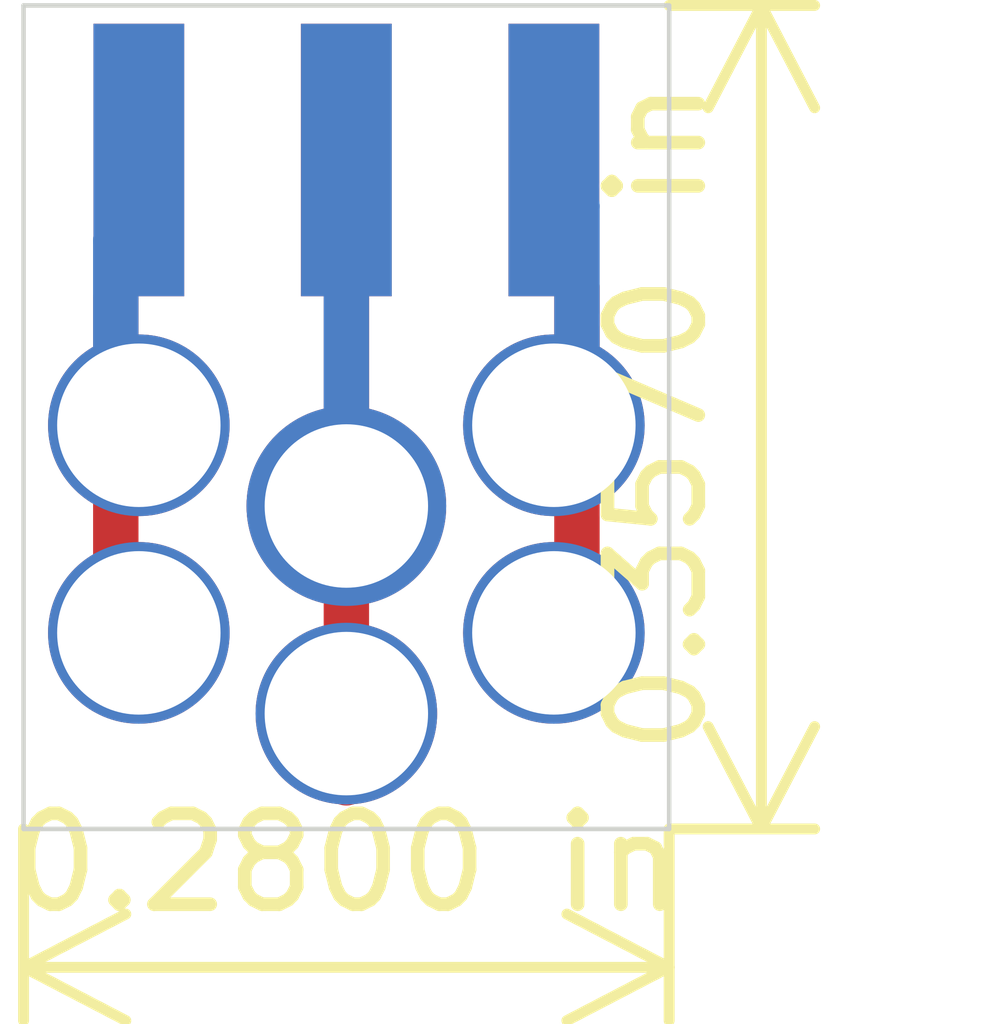
<source format=kicad_pcb>
(kicad_pcb (version 20171130) (host pcbnew "(5.1.5)-3")

  (general
    (thickness 1.6)
    (drawings 6)
    (tracks 29)
    (zones 0)
    (modules 1)
    (nets 4)
  )

  (page A4)
  (layers
    (0 F.Cu signal)
    (31 B.Cu signal)
    (32 B.Adhes user hide)
    (33 F.Adhes user hide)
    (34 B.Paste user hide)
    (35 F.Paste user hide)
    (36 B.SilkS user)
    (37 F.SilkS user)
    (38 B.Mask user)
    (39 F.Mask user)
    (40 Dwgs.User user hide)
    (41 Cmts.User user)
    (42 Eco1.User user)
    (43 Eco2.User user)
    (44 Edge.Cuts user)
    (45 Margin user)
    (46 B.CrtYd user hide)
    (47 F.CrtYd user)
    (48 B.Fab user)
    (49 F.Fab user hide)
  )

  (setup
    (last_trace_width 0.5)
    (user_trace_width 0.5)
    (trace_clearance 0.2)
    (zone_clearance 0.508)
    (zone_45_only no)
    (trace_min 0.2)
    (via_size 0.8)
    (via_drill 0.4)
    (via_min_size 0.4)
    (via_min_drill 0.3)
    (uvia_size 0.3)
    (uvia_drill 0.1)
    (uvias_allowed no)
    (uvia_min_size 0.2)
    (uvia_min_drill 0.1)
    (edge_width 0.05)
    (segment_width 0.2)
    (pcb_text_width 0.3)
    (pcb_text_size 1.5 1.5)
    (mod_edge_width 0.12)
    (mod_text_size 1 1)
    (mod_text_width 0.15)
    (pad_size 1.5 3)
    (pad_drill 0)
    (pad_to_mask_clearance 0.051)
    (solder_mask_min_width 0.25)
    (aux_axis_origin 0 0)
    (visible_elements 7FF9FF7F)
    (pcbplotparams
      (layerselection 0x010fc_ffffffff)
      (usegerberextensions false)
      (usegerberattributes false)
      (usegerberadvancedattributes false)
      (creategerberjobfile false)
      (excludeedgelayer true)
      (linewidth 0.100000)
      (plotframeref false)
      (viasonmask false)
      (mode 1)
      (useauxorigin false)
      (hpglpennumber 1)
      (hpglpenspeed 20)
      (hpglpendiameter 15.000000)
      (psnegative false)
      (psa4output false)
      (plotreference true)
      (plotvalue true)
      (plotinvisibletext false)
      (padsonsilk false)
      (subtractmaskfromsilk false)
      (outputformat 1)
      (mirror false)
      (drillshape 1)
      (scaleselection 1)
      (outputdirectory ""))
  )

  (net 0 "")
  (net 1 VCC)
  (net 2 GND)
  (net 3 "Net-(U101-Pad1)")

  (net_class Default "This is the default net class."
    (clearance 0.2)
    (trace_width 0.25)
    (via_dia 0.8)
    (via_drill 0.4)
    (uvia_dia 0.3)
    (uvia_drill 0.1)
    (add_net GND)
    (add_net "Net-(U101-Pad1)")
    (add_net VCC)
  )

  (module e-Power:LM235_MOUNT (layer F.Cu) (tedit 5F1F3BB7) (tstamp 5EDF4D85)
    (at 241.046 141.478)
    (descr "TO-92 horizontal, leads in-line, narrow, oval pads, drill 0.75mm (see NXP sot054_po.pdf)")
    (tags "to-92 sc-43 sc-43a sot54 PA33 transistor")
    (path /5EDEF5A7)
    (fp_text reference U101 (at 4.318 0 90) (layer F.SilkS) hide
      (effects (font (size 1 1) (thickness 0.15)))
    )
    (fp_text value LM235 (at 1.778 4.318) (layer F.Fab) hide
      (effects (font (size 1 1) (thickness 0.15)))
    )
    (fp_line (start 2.794 1.524) (end -2.794 1.524) (layer F.CrtYd) (width 0.05))
    (fp_line (start 2.794 1.524) (end 2.794 -1.524) (layer F.CrtYd) (width 0.05))
    (fp_line (start -2.794 -1.524) (end -2.794 1.524) (layer F.CrtYd) (width 0.05))
    (fp_line (start -2.794 -1.524) (end 2.794 -1.524) (layer F.CrtYd) (width 0.05))
    (pad 1 smd rect (at 2.286 0) (size 1 3) (layers B.Cu B.Paste B.Mask)
      (net 3 "Net-(U101-Pad1)"))
    (pad 2 smd rect (at 0 0) (size 1 3) (layers B.Cu B.Paste B.Mask)
      (net 1 VCC))
    (pad 3 smd rect (at -2.286 0) (size 1 3) (layers B.Cu B.Paste B.Mask)
      (net 2 GND))
    (pad 3 smd rect (at -2.286 0) (size 1 3) (layers F.Cu F.Paste F.Mask)
      (net 2 GND))
    (pad 1 smd rect (at 2.286 0) (size 1 3) (layers F.Cu F.Paste F.Mask)
      (net 3 "Net-(U101-Pad1)"))
    (pad 2 smd rect (at 0 0) (size 1 3) (layers F.Cu F.Paste F.Mask)
      (net 1 VCC))
    (model ${KICAD_USER_3DMOD}/TO-92W.step
      (offset (xyz 0 5.5 -1.9))
      (scale (xyz 1 1 1))
      (rotate (xyz 0 0 0))
    )
  )

  (dimension 9.0678 (width 0.12) (layer F.SilkS)
    (gr_text "9.068 mm" (at 246.888 144.3101 90) (layer F.SilkS)
      (effects (font (size 1 1) (thickness 0.15)))
    )
    (feature1 (pts (xy 244.602 139.7762) (xy 246.204421 139.7762)))
    (feature2 (pts (xy 244.602 148.844) (xy 246.204421 148.844)))
    (crossbar (pts (xy 245.618 148.844) (xy 245.618 139.7762)))
    (arrow1a (pts (xy 245.618 139.7762) (xy 246.204421 140.902704)))
    (arrow1b (pts (xy 245.618 139.7762) (xy 245.031579 140.902704)))
    (arrow2a (pts (xy 245.618 148.844) (xy 246.204421 147.717496)))
    (arrow2b (pts (xy 245.618 148.844) (xy 245.031579 147.717496)))
  )
  (dimension 7.112 (width 0.12) (layer F.SilkS)
    (gr_text "7.112 mm" (at 241.046 151.638) (layer F.SilkS)
      (effects (font (size 1 1) (thickness 0.15)))
    )
    (feature1 (pts (xy 237.49 148.844) (xy 237.49 150.954421)))
    (feature2 (pts (xy 244.602 148.844) (xy 244.602 150.954421)))
    (crossbar (pts (xy 244.602 150.368) (xy 237.49 150.368)))
    (arrow1a (pts (xy 237.49 150.368) (xy 238.616504 149.781579)))
    (arrow1b (pts (xy 237.49 150.368) (xy 238.616504 150.954421)))
    (arrow2a (pts (xy 244.602 150.368) (xy 243.475496 149.781579)))
    (arrow2b (pts (xy 244.602 150.368) (xy 243.475496 150.954421)))
  )
  (gr_line (start 237.49 139.7762) (end 244.602 139.7762) (layer Edge.Cuts) (width 0.05) (tstamp 5E8E2428))
  (gr_line (start 237.49 148.844) (end 237.49 139.7762) (layer Edge.Cuts) (width 0.05))
  (gr_line (start 244.602 148.844) (end 237.49 148.844) (layer Edge.Cuts) (width 0.05))
  (gr_line (start 244.602 139.7762) (end 244.602 148.844) (layer Edge.Cuts) (width 0.05))

  (segment (start 241.046 148.336) (end 241.046 142.623792) (width 0.5) (layer F.Cu) (net 1))
  (via (at 241.046 145.288) (size 2.2) (drill 1.8) (layers F.Cu B.Cu) (net 1) (tstamp 5E8E241D))
  (via (at 241.046 147.574) (size 2) (drill 1.8) (layers F.Cu B.Cu) (net 1) (tstamp 5F1F8A57))
  (segment (start 241.046 141.478) (end 241.046 145.288) (width 0.5) (layer B.Cu) (net 1))
  (segment (start 238.506 146.812) (end 238.506 143.002) (width 0.5) (layer F.Cu) (net 2))
  (segment (start 238.76 147.066) (end 238.506 146.812) (width 0.5) (layer F.Cu) (net 2))
  (segment (start 238.76 141.478) (end 238.76 142.24) (width 0.25) (layer F.Cu) (net 2))
  (segment (start 238.506 142.494) (end 238.506 143.002) (width 0.25) (layer F.Cu) (net 2))
  (segment (start 238.76 142.24) (end 238.506 142.494) (width 0.25) (layer F.Cu) (net 2))
  (segment (start 238.506 144.272) (end 238.76 144.526) (width 0.25) (layer F.Cu) (net 2))
  (segment (start 238.506 143.002) (end 238.506 144.272) (width 0.25) (layer F.Cu) (net 2))
  (via (at 238.76 146.685) (size 2) (drill 1.8) (layers F.Cu B.Cu) (net 2) (tstamp 5F1F8A4C))
  (via (at 238.76 144.399) (size 2) (drill 1.8) (layers F.Cu B.Cu) (net 2))
  (segment (start 238.506 144.145) (end 238.76 144.399) (width 0.5) (layer B.Cu) (net 2))
  (segment (start 238.76 141.478) (end 238.76 142.113) (width 0.5) (layer B.Cu) (net 2))
  (segment (start 238.506 142.367) (end 238.506 144.145) (width 0.5) (layer B.Cu) (net 2))
  (segment (start 238.76 142.113) (end 238.506 142.367) (width 0.5) (layer B.Cu) (net 2))
  (segment (start 243.332 147.066) (end 243.586 146.812) (width 0.5) (layer F.Cu) (net 3))
  (segment (start 243.586 146.812) (end 243.586 142.875) (width 0.5) (layer F.Cu) (net 3))
  (segment (start 243.586 142.494) (end 243.332 142.24) (width 0.25) (layer F.Cu) (net 3))
  (segment (start 243.332 142.24) (end 243.332 141.224) (width 0.25) (layer F.Cu) (net 3))
  (segment (start 243.332 144.526) (end 243.586 144.272) (width 0.25) (layer F.Cu) (net 3))
  (segment (start 243.586 144.272) (end 243.586 142.494) (width 0.25) (layer F.Cu) (net 3))
  (via (at 243.332 146.685) (size 2) (drill 1.8) (layers F.Cu B.Cu) (net 3) (tstamp 5F1F8A5A))
  (via (at 243.332 144.399) (size 2) (drill 1.8) (layers F.Cu B.Cu) (net 3) (tstamp 5E8E241F))
  (segment (start 243.586 144.145) (end 243.332 144.399) (width 0.5) (layer B.Cu) (net 3))
  (segment (start 243.586 141.986) (end 243.586 144.145) (width 0.5) (layer B.Cu) (net 3))
  (segment (start 243.332 141.478) (end 243.332 141.732) (width 0.5) (layer B.Cu) (net 3))
  (segment (start 243.332 141.732) (end 243.586 141.986) (width 0.5) (layer B.Cu) (net 3))

)

</source>
